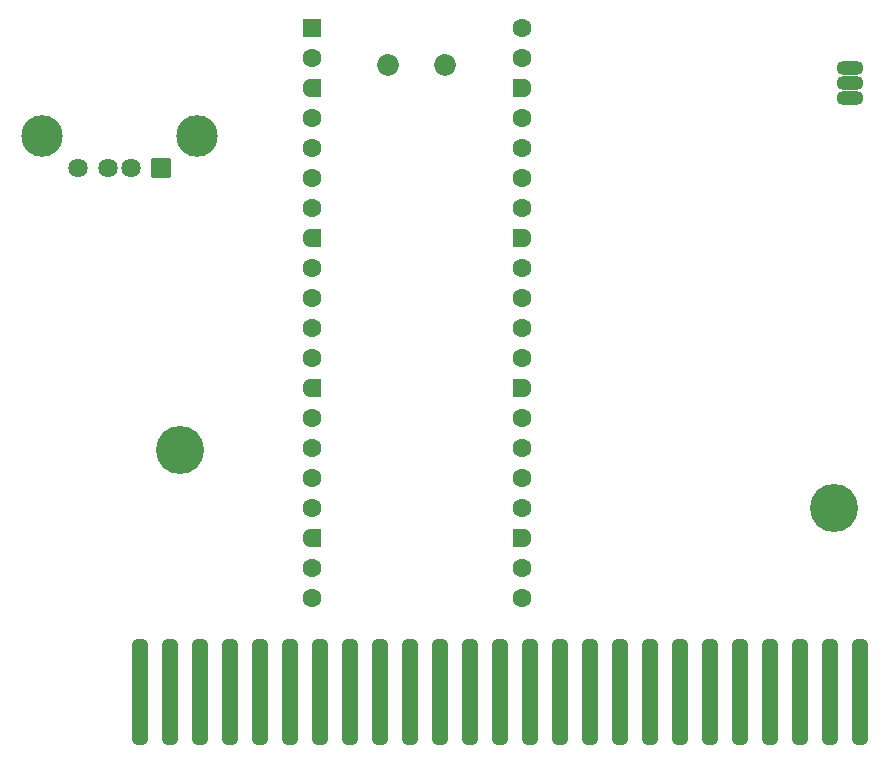
<source format=gbr>
%TF.GenerationSoftware,KiCad,Pcbnew,8.0.1*%
%TF.CreationDate,2024-04-22T15:40:42-03:00*%
%TF.ProjectId,pico-msxcart,7069636f-2d6d-4737-9863-6172742e6b69,rev?*%
%TF.SameCoordinates,Original*%
%TF.FileFunction,Soldermask,Bot*%
%TF.FilePolarity,Negative*%
%FSLAX46Y46*%
G04 Gerber Fmt 4.6, Leading zero omitted, Abs format (unit mm)*
G04 Created by KiCad (PCBNEW 8.0.1) date 2024-04-22 15:40:42*
%MOMM*%
%LPD*%
G01*
G04 APERTURE LIST*
G04 Aperture macros list*
%AMRoundRect*
0 Rectangle with rounded corners*
0 $1 Rounding radius*
0 $2 $3 $4 $5 $6 $7 $8 $9 X,Y pos of 4 corners*
0 Add a 4 corners polygon primitive as box body*
4,1,4,$2,$3,$4,$5,$6,$7,$8,$9,$2,$3,0*
0 Add four circle primitives for the rounded corners*
1,1,$1+$1,$2,$3*
1,1,$1+$1,$4,$5*
1,1,$1+$1,$6,$7*
1,1,$1+$1,$8,$9*
0 Add four rect primitives between the rounded corners*
20,1,$1+$1,$2,$3,$4,$5,0*
20,1,$1+$1,$4,$5,$6,$7,0*
20,1,$1+$1,$6,$7,$8,$9,0*
20,1,$1+$1,$8,$9,$2,$3,0*%
%AMFreePoly0*
4,1,28,0.605014,0.794986,0.644504,0.794986,0.724698,0.756366,0.780194,0.686777,0.800000,0.600000,0.800000,-0.600000,0.780194,-0.686777,0.724698,-0.756366,0.644504,-0.794986,0.605014,-0.794986,0.600000,-0.800000,0.000000,-0.800000,-0.178017,-0.779942,-0.347107,-0.720775,-0.498792,-0.625465,-0.625465,-0.498792,-0.720775,-0.347107,-0.779942,-0.178017,-0.800000,0.000000,-0.779942,0.178017,
-0.720775,0.347107,-0.625465,0.498792,-0.498792,0.625465,-0.347107,0.720775,-0.178017,0.779942,0.000000,0.800000,0.600000,0.800000,0.605014,0.794986,0.605014,0.794986,$1*%
%AMFreePoly1*
4,1,28,0.178017,0.779942,0.347107,0.720775,0.498792,0.625465,0.625465,0.498792,0.720775,0.347107,0.779942,0.178017,0.800000,0.000000,0.779942,-0.178017,0.720775,-0.347107,0.625465,-0.498792,0.498792,-0.625465,0.347107,-0.720775,0.178017,-0.779942,0.000000,-0.800000,-0.600000,-0.800000,-0.605014,-0.794986,-0.644504,-0.794986,-0.724698,-0.756366,-0.780194,-0.686777,-0.800000,-0.600000,
-0.800000,0.600000,-0.780194,0.686777,-0.724698,0.756366,-0.644504,0.794986,-0.605014,0.794986,-0.600000,0.800000,0.000000,0.800000,0.178017,0.779942,0.178017,0.779942,$1*%
G04 Aperture macros list end*
%ADD10C,4.064000*%
%ADD11RoundRect,0.480060X0.205740X-4.015740X0.205740X4.015740X-0.205740X4.015740X-0.205740X-4.015740X0*%
%ADD12RoundRect,0.102000X0.714000X0.714000X-0.714000X0.714000X-0.714000X-0.714000X0.714000X-0.714000X0*%
%ADD13C,1.632000*%
%ADD14C,3.520000*%
%ADD15C,1.850000*%
%ADD16RoundRect,0.200000X-0.600000X-0.600000X0.600000X-0.600000X0.600000X0.600000X-0.600000X0.600000X0*%
%ADD17C,1.600000*%
%ADD18FreePoly0,0.000000*%
%ADD19FreePoly1,0.000000*%
%ADD20O,2.284000X1.244000*%
G04 APERTURE END LIST*
D10*
%TO.C,J1*%
X119157750Y-103219250D03*
X174561500Y-108140500D03*
D11*
X176784000Y-123698000D03*
X174244000Y-123698000D03*
X171704000Y-123698000D03*
X169164000Y-123698000D03*
X166624000Y-123698000D03*
X164084000Y-123698000D03*
X161544000Y-123698000D03*
X159004000Y-123698000D03*
X156464000Y-123698000D03*
X153924000Y-123698000D03*
X151384000Y-123698000D03*
X148844000Y-123698000D03*
X146304000Y-123698000D03*
X143764000Y-123698000D03*
X141224000Y-123698000D03*
X138684000Y-123698000D03*
X136144000Y-123698000D03*
X133604000Y-123698000D03*
X131064000Y-123698000D03*
X128524000Y-123698000D03*
X125984000Y-123698000D03*
X123444000Y-123698000D03*
X120904000Y-123698000D03*
X118364000Y-123698000D03*
X115824000Y-123698000D03*
%TD*%
D12*
%TO.C,J2*%
X117580000Y-79316400D03*
D13*
X115080000Y-79316400D03*
X113080000Y-79316400D03*
X110580000Y-79316400D03*
D14*
X120650000Y-76606400D03*
X107510000Y-76606400D03*
%TD*%
D15*
%TO.C,U1*%
X136817780Y-70622423D03*
X141667780Y-70622423D03*
D16*
X130352780Y-67462423D03*
D17*
X130352780Y-70002423D03*
D18*
X130352780Y-72542423D03*
D17*
X130352780Y-75082423D03*
X130352780Y-77622423D03*
X130352780Y-80162423D03*
X130352780Y-82702423D03*
D18*
X130352780Y-85242423D03*
D17*
X130352780Y-87782423D03*
X130352780Y-90322423D03*
X130352780Y-92862423D03*
X130352780Y-95402423D03*
D18*
X130352780Y-97942423D03*
D17*
X130352780Y-100482423D03*
X130352780Y-103022423D03*
X130352780Y-105562423D03*
X130352780Y-108102423D03*
D18*
X130352780Y-110642423D03*
D17*
X130352780Y-113182423D03*
X130352780Y-115722423D03*
X148132780Y-115722423D03*
X148132780Y-113182423D03*
D19*
X148132780Y-110642423D03*
D17*
X148132780Y-108102423D03*
X148132780Y-105562423D03*
X148132780Y-103022423D03*
X148132780Y-100482423D03*
D19*
X148132780Y-97942423D03*
D17*
X148132780Y-95402423D03*
X148132780Y-92862423D03*
X148132780Y-90322423D03*
X148132780Y-87782423D03*
D19*
X148132780Y-85242423D03*
D17*
X148132780Y-82702423D03*
X148132780Y-80162423D03*
X148132780Y-77622423D03*
X148132780Y-75082423D03*
D19*
X148132780Y-72542423D03*
D17*
X148132780Y-70002423D03*
X148132780Y-67462423D03*
%TD*%
D20*
%TO.C,Q1*%
X175964000Y-73434800D03*
X175964000Y-72164800D03*
X175964000Y-70894800D03*
%TD*%
M02*

</source>
